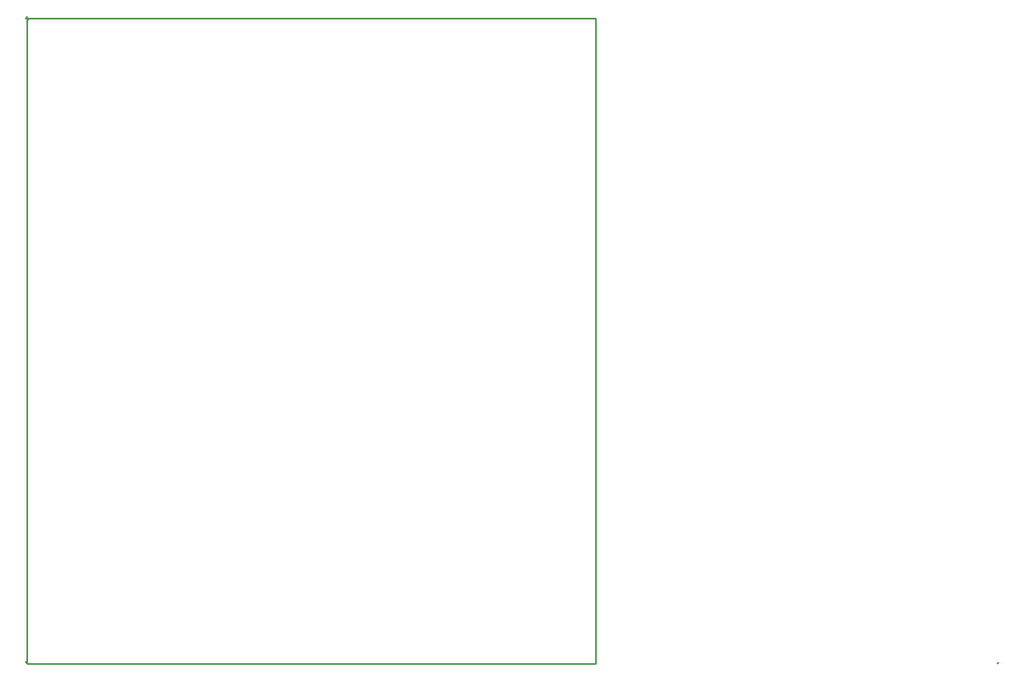
<source format=gm1>
G04 Layer_Color=16711935*
%FSLAX42Y42*%
%MOMM*%
G71*
G01*
G75*
%ADD17C,0.25*%
D17*
X2565Y12649D02*
X2591Y12675D01*
X2565Y2565D02*
Y12649D01*
Y2565D02*
X2578Y2553D01*
X11493D01*
Y12675D01*
X2540D02*
X11493D01*
X2540D02*
X2565Y12700D01*
X2540Y2591D02*
X2565Y2565D01*
X17793D02*
X17805Y2578D01*
M02*

</source>
